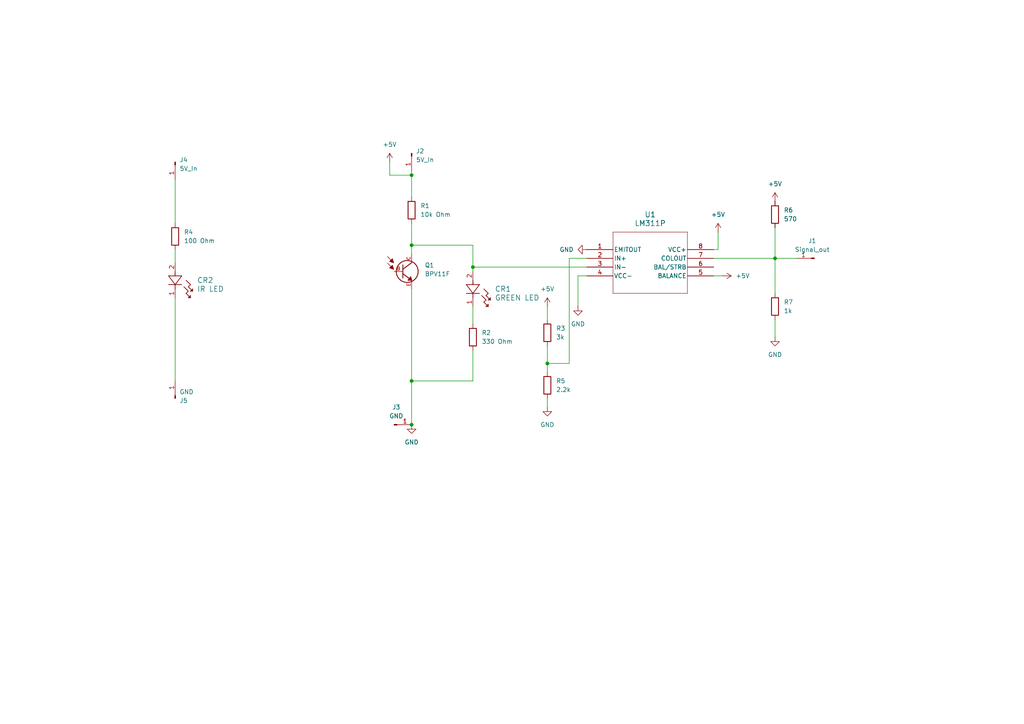
<source format=kicad_sch>
(kicad_sch (version 20250114) (generator "eeschema") (generator_version "9.0")
  (paper "A4")
  (lib_symbols
    (symbol "Conn_01x01_Pin_1" (pin_names (offset 1.016) (hide yes))
      (property "Reference" "J3" (at 0.635 5.08 0))
      (property "Value" "GND" (at 0.635 2.54 0))
      (symbol "Conn_01x01_Pin_1_1_1"
        (rectangle (start 0.8636 0.127) (end 0 -0.127) (stroke (width 0.1524)) (fill (type outline)))
        (polyline (pts (xy 1.27 0) (xy 0.8636 0)) (stroke (width 0.1524)))
        (pin passive line (at 5.08 0 180) (length 3.81) (name "Pin_1") (number "1"))
      )
    )
    (symbol "Connector:Conn_01x01_Pin" (pin_names (offset 1.016) (hide yes))
      (property "Reference" "J" (at 0 2.54 0))
      (property "Value" "Conn_01x01_Pin" (at 0 -2.54 0))
      (symbol "Conn_01x01_Pin_1_1"
        (rectangle (start 0.8636 0.127) (end 0 -0.127) (stroke (width 0.1524)) (fill (type outline)))
        (polyline (pts (xy 1.27 0) (xy 0.8636 0)) (stroke (width 0.1524)))
        (pin passive line (at 5.08 0 180) (length 3.81) (name "Pin_1") (number "1"))
      )
    )
    (symbol "Device:R" (pin_numbers (hide yes)) (pin_names (offset 0))
      (property "Reference" "R2" (at 2.54 1.2701 0))
      (property "Value" "330 Ohm" (at 2.54 -1.2699 0))
      (symbol "R_0_1"
        (rectangle (start -1.016 -2.54) (end 1.016 2.54) (stroke (width 0.254)))
      )
      (symbol "R_1_1"
        (pin passive line (at 0 3.81 270) (length 1.27) (name "~") (number "1"))
        (pin passive line (at 0 -3.81 90) (length 1.27) (name "~") (number "2"))
      )
    )
    (symbol "IR_sensor_lib:BPV11F" (pin_names (offset 1.016))
      (property "Reference" "Q" (at -10.1556 5.0822 0))
      (property "Value" "BPV11F" (at -10.1508 -7.62 0))
      (symbol "BPV11F_0_0"
        (polyline (pts (xy -4.445 4.318) (xy -2.667 2.54)) (stroke (width 0.1524)))
        (polyline (pts (xy -4.445 2.413) (xy -2.667 0.635)) (stroke (width 0.1524)))
        (polyline (pts (xy -3.81 2.921) (xy -3.048 3.683)) (stroke (width 0.1524)))
        (polyline (pts (xy -3.81 2.921) (xy -2.667 2.54) (xy -3.048 3.683) (xy -3.81 2.921)) (stroke (width 0.1524)) (fill (type outline)))
        (polyline (pts (xy -3.81 1.016) (xy -3.048 1.778)) (stroke (width 0.1524)))
        (polyline (pts (xy -3.81 1.016) (xy -2.667 0.635) (xy -3.048 1.778) (xy -3.81 1.016)) (stroke (width 0.1524)) (fill (type outline)))
        (polyline (pts (xy -3.048 3.683) (xy -2.667 2.54)) (stroke (width 0.1524)))
        (polyline (pts (xy -3.048 1.778) (xy -2.667 0.635)) (stroke (width 0.1524)))
        (polyline (pts (xy -2.667 2.54) (xy -3.81 2.921)) (stroke (width 0.1524)))
        (polyline (pts (xy -2.667 0.635) (xy -3.81 1.016)) (stroke (width 0.1524)))
        (polyline (pts (xy 0 1.905) (xy 0 0.635)) (stroke (width 0.254)))
        (polyline (pts (xy 0 0.635) (xy 0 -0.635)) (stroke (width 0.254)))
        (polyline (pts (xy 0 0.635) (xy 2.54 2.54)) (stroke (width 0.254)))
        (polyline (pts (xy 0 -0.635) (xy 0 -1.905)) (stroke (width 0.254)))
        (polyline (pts (xy 0 -0.635) (xy 2.54 -2.54)) (stroke (width 0.254)))
        (circle (center 1.27 0) (radius 3.175) (stroke (width 0.254)))
        (polyline (pts (xy 2.286 -2.286) (xy 2.54 -2.54)) (stroke (width 0.1524)))
        (polyline (pts (xy 2.54 -2.54) (xy 2.286 -1.524) (xy 1.524 -2.54) (xy 2.54 -2.54)) (stroke (width 0.254)) (fill (type outline)))
        (pin passive line (at -2.54 0 0) (length 2.54) (name "~") (number "B"))
        (pin passive line (at 2.54 5.08 270) (length 2.54) (name "~") (number "C"))
        (pin passive line (at 2.54 -5.08 90) (length 2.54) (name "~") (number "E"))
      )
    )
    (symbol "IR_sensor_lib:LM311P" (pin_names (offset 0.254))
      (property "Reference" "U" (at 1.27 12.7 0))
      (property "Value" "LM311P" (at 1.27 10.16 0))
      (symbol "LM311P_0_1"
        (polyline (pts (xy -10.16 7.62) (xy -10.16 -10.16)) (stroke (width 0.127)))
        (polyline (pts (xy -10.16 -10.16) (xy 11.43 -10.16)) (stroke (width 0.127)))
        (polyline (pts (xy 11.43 7.62) (xy -10.16 7.62)) (stroke (width 0.127)))
        (polyline (pts (xy 11.43 -10.16) (xy 11.43 7.62)) (stroke (width 0.127)))
        (pin output line (at -17.78 2.54 0) (length 7.62) (name "EMITOUT") (number "1"))
        (pin input line (at -17.78 0 0) (length 7.62) (name "IN+") (number "2"))
        (pin input line (at -17.78 -2.54 0) (length 7.62) (name "IN-") (number "3"))
        (pin power_in line (at -17.78 -5.08 0) (length 7.62) (name "VCC-") (number "4"))
        (pin power_in line (at 19.05 2.54 180) (length 7.62) (name "VCC+") (number "8"))
        (pin output line (at 19.05 0 180) (length 7.62) (name "COLOUT") (number "7"))
        (pin unspecified line (at 19.05 -2.54 180) (length 7.62) (name "BAL/STRB") (number "6"))
        (pin unspecified line (at 19.05 -5.08 180) (length 7.62) (name "BALANCE") (number "5"))
      )
    )
    (symbol "IR_sensor_lib:TLLG4401" (pin_names (offset 0.254))
      (property "Reference" "CR2" (at 5.0799 6.35 90))
      (property "Value" "IR LED" (at 7.6199 6.35 90))
      (symbol "TLLG4401_1_1"
        (polyline (pts (xy 2.54 0) (xy 3.4798 0)) (stroke (width 0.2032)))
        (polyline (pts (xy 3.175 0) (xy 3.81 0)) (stroke (width 0.2032)))
        (polyline (pts (xy 3.81 1.905) (xy 3.81 -1.905)) (stroke (width 0.2032)))
        (polyline (pts (xy 3.81 -1.905) (xy 6.35 0)) (stroke (width 0.2032)))
        (polyline (pts (xy 5.08 3.175) (xy 6.35 4.445)) (stroke (width 0.2032)))
        (polyline (pts (xy 6.35 4.445) (xy 6.985 3.81)) (stroke (width 0.2032)))
        (polyline (pts (xy 6.35 0) (xy 3.81 1.905)) (stroke (width 0.2032)))
        (polyline (pts (xy 6.35 0) (xy 7.62 0)) (stroke (width 0.2032)))
        (polyline (pts (xy 6.35 -1.905) (xy 6.35 1.905)) (stroke (width 0.2032)))
        (polyline (pts (xy 6.985 3.81) (xy 8.255 5.08)) (stroke (width 0.2032)))
        (polyline (pts (xy 6.985 2.54) (xy 8.255 3.81)) (stroke (width 0.2032)))
        (polyline (pts (xy 7.62 5.08) (xy 8.255 4.445)) (stroke (width 0.2032)))
        (polyline (pts (xy 8.255 5.08) (xy 7.62 5.08)) (stroke (width 0.2032)))
        (polyline (pts (xy 8.255 4.445) (xy 8.255 5.08)) (stroke (width 0.2032)))
        (polyline (pts (xy 8.255 3.81) (xy 8.89 3.175)) (stroke (width 0.2032)))
        (polyline (pts (xy 8.89 3.175) (xy 10.16 4.445)) (stroke (width 0.2032)))
        (polyline (pts (xy 9.525 4.445) (xy 10.16 3.81)) (stroke (width 0.2032)))
        (polyline (pts (xy 10.16 4.445) (xy 9.525 4.445)) (stroke (width 0.2032)))
        (polyline (pts (xy 10.16 3.81) (xy 10.16 4.445)) (stroke (width 0.2032)))
        (pin unspecified line (at 0 0 0) (length 2.54) (name "") (number "2"))
        (pin unspecified line (at 10.16 0 180) (length 2.54) (name "") (number "1"))
      )
      (symbol "TLLG4401_1_2"
        (polyline (pts (xy -5.08 8.255) (xy -5.08 7.62)) (stroke (width 0.2032)))
        (polyline (pts (xy -5.08 7.62) (xy -4.445 8.255)) (stroke (width 0.2032)))
        (polyline (pts (xy -4.445 10.16) (xy -4.445 9.525)) (stroke (width 0.2032)))
        (polyline (pts (xy -4.445 9.525) (xy -3.81 10.16)) (stroke (width 0.2032)))
        (polyline (pts (xy -4.445 8.255) (xy -5.08 8.255)) (stroke (width 0.2032)))
        (polyline (pts (xy -4.445 6.35) (xy -3.81 6.985)) (stroke (width 0.2032)))
        (polyline (pts (xy -3.81 10.16) (xy -4.445 10.16)) (stroke (width 0.2032)))
        (polyline (pts (xy -3.81 8.255) (xy -3.175 8.89)) (stroke (width 0.2032)))
        (polyline (pts (xy -3.81 6.985) (xy -5.08 8.255)) (stroke (width 0.2032)))
        (polyline (pts (xy -3.175 8.89) (xy -4.445 10.16)) (stroke (width 0.2032)))
        (polyline (pts (xy -3.175 5.08) (xy -4.445 6.35)) (stroke (width 0.2032)))
        (polyline (pts (xy -2.54 6.985) (xy -3.81 8.255)) (stroke (width 0.2032)))
        (polyline (pts (xy -1.905 3.81) (xy 1.905 3.81)) (stroke (width 0.2032)))
        (polyline (pts (xy 0 6.35) (xy -1.905 3.81)) (stroke (width 0.2032)))
        (polyline (pts (xy 0 6.35) (xy 0 7.62)) (stroke (width 0.2032)))
        (polyline (pts (xy 0 3.175) (xy 0 3.81)) (stroke (width 0.2032)))
        (polyline (pts (xy 0 2.54) (xy 0 3.4798)) (stroke (width 0.2032)))
        (polyline (pts (xy 1.905 6.35) (xy -1.905 6.35)) (stroke (width 0.2032)))
        (polyline (pts (xy 1.905 3.81) (xy 0 6.35)) (stroke (width 0.2032)))
        (pin unspecified line (at 0 10.16 270) (length 2.54) (name "") (number "1"))
        (pin unspecified line (at 0 0 90) (length 2.54) (name "") (number "2"))
      )
    )
    (symbol "R_1" (pin_numbers (hide yes)) (pin_names (offset 0))
      (property "Reference" "R" (at 2.032 0 90))
      (property "Value" "R" (at 0 0 90))
      (symbol "R_1_0_1"
        (rectangle (start -1.016 -2.54) (end 1.016 2.54) (stroke (width 0.254)))
      )
      (symbol "R_1_1_1"
        (pin passive line (at 0 3.81 270) (length 1.27) (name "~") (number "1"))
        (pin passive line (at 0 -3.81 90) (length 1.27) (name "~") (number "2"))
      )
    )
    (symbol "R_2" (pin_numbers (hide yes)) (pin_names (offset 0))
      (property "Reference" "R1" (at 2.54 1.2701 0))
      (property "Value" "10k Ohm" (at 2.54 -1.2699 0))
      (symbol "R_2_0_1"
        (rectangle (start -1.016 -2.54) (end 1.016 2.54) (stroke (width 0.254)))
      )
      (symbol "R_2_1_1"
        (pin passive line (at 0 3.81 270) (length 1.27) (name "~") (number "1"))
        (pin passive line (at 0 -3.81 90) (length 1.27) (name "~") (number "2"))
      )
    )
    (symbol "R_3" (pin_numbers (hide yes)) (pin_names (offset 0))
      (property "Reference" "R4" (at 2.54 1.2701 0))
      (property "Value" "100 Ohm" (at 2.54 -1.2699 0))
      (symbol "R_3_0_1"
        (rectangle (start -1.016 -2.54) (end 1.016 2.54) (stroke (width 0.254)))
      )
      (symbol "R_3_1_1"
        (pin passive line (at 0 3.81 270) (length 1.27) (name "~") (number "1"))
        (pin passive line (at 0 -3.81 90) (length 1.27) (name "~") (number "2"))
      )
    )
    (symbol "R_4" (pin_numbers (hide yes)) (pin_names (offset 0))
      (property "Reference" "R" (at 2.032 0 90))
      (property "Value" "R" (at 0 0 90))
      (symbol "R_4_0_1"
        (rectangle (start -1.016 -2.54) (end 1.016 2.54) (stroke (width 0.254)))
      )
      (symbol "R_4_1_1"
        (pin passive line (at 0 3.81 270) (length 1.27) (name "~") (number "1"))
        (pin passive line (at 0 -3.81 90) (length 1.27) (name "~") (number "2"))
      )
    )
    (symbol "TLLG4401_1" (pin_names (offset 0.254))
      (property "Reference" "CR1" (at 5.0799 6.35 90))
      (property "Value" "GREEN LED" (at 7.6199 6.35 90))
      (symbol "TLLG4401_1_1_1"
        (polyline (pts (xy 2.54 0) (xy 3.4798 0)) (stroke (width 0.2032)))
        (polyline (pts (xy 3.175 0) (xy 3.81 0)) (stroke (width 0.2032)))
        (polyline (pts (xy 3.81 1.905) (xy 3.81 -1.905)) (stroke (width 0.2032)))
        (polyline (pts (xy 3.81 -1.905) (xy 6.35 0)) (stroke (width 0.2032)))
        (polyline (pts (xy 5.08 3.175) (xy 6.35 4.445)) (stroke (width 0.2032)))
        (polyline (pts (xy 6.35 4.445) (xy 6.985 3.81)) (stroke (width 0.2032)))
        (polyline (pts (xy 6.35 0) (xy 3.81 1.905)) (stroke (width 0.2032)))
        (polyline (pts (xy 6.35 0) (xy 7.62 0)) (stroke (width 0.2032)))
        (polyline (pts (xy 6.35 -1.905) (xy 6.35 1.905)) (stroke (width 0.2032)))
        (polyline (pts (xy 6.985 3.81) (xy 8.255 5.08)) (stroke (width 0.2032)))
        (polyline (pts (xy 6.985 2.54) (xy 8.255 3.81)) (stroke (width 0.2032)))
        (polyline (pts (xy 7.62 5.08) (xy 8.255 4.445)) (stroke (width 0.2032)))
        (polyline (pts (xy 8.255 5.08) (xy 7.62 5.08)) (stroke (width 0.2032)))
        (polyline (pts (xy 8.255 4.445) (xy 8.255 5.08)) (stroke (width 0.2032)))
        (polyline (pts (xy 8.255 3.81) (xy 8.89 3.175)) (stroke (width 0.2032)))
        (polyline (pts (xy 8.89 3.175) (xy 10.16 4.445)) (stroke (width 0.2032)))
        (polyline (pts (xy 9.525 4.445) (xy 10.16 3.81)) (stroke (width 0.2032)))
        (polyline (pts (xy 10.16 4.445) (xy 9.525 4.445)) (stroke (width 0.2032)))
        (polyline (pts (xy 10.16 3.81) (xy 10.16 4.445)) (stroke (width 0.2032)))
        (pin unspecified line (at 0 0 0) (length 2.54) (name "") (number "2"))
        (pin unspecified line (at 10.16 0 180) (length 2.54) (name "") (number "1"))
      )
      (symbol "TLLG4401_1_1_2"
        (polyline (pts (xy -5.08 8.255) (xy -5.08 7.62)) (stroke (width 0.2032)))
        (polyline (pts (xy -5.08 7.62) (xy -4.445 8.255)) (stroke (width 0.2032)))
        (polyline (pts (xy -4.445 10.16) (xy -4.445 9.525)) (stroke (width 0.2032)))
        (polyline (pts (xy -4.445 9.525) (xy -3.81 10.16)) (stroke (width 0.2032)))
        (polyline (pts (xy -4.445 8.255) (xy -5.08 8.255)) (stroke (width 0.2032)))
        (polyline (pts (xy -4.445 6.35) (xy -3.81 6.985)) (stroke (width 0.2032)))
        (polyline (pts (xy -3.81 10.16) (xy -4.445 10.16)) (stroke (width 0.2032)))
        (polyline (pts (xy -3.81 8.255) (xy -3.175 8.89)) (stroke (width 0.2032)))
        (polyline (pts (xy -3.81 6.985) (xy -5.08 8.255)) (stroke (width 0.2032)))
        (polyline (pts (xy -3.175 8.89) (xy -4.445 10.16)) (stroke (width 0.2032)))
        (polyline (pts (xy -3.175 5.08) (xy -4.445 6.35)) (stroke (width 0.2032)))
        (polyline (pts (xy -2.54 6.985) (xy -3.81 8.255)) (stroke (width 0.2032)))
        (polyline (pts (xy -1.905 3.81) (xy 1.905 3.81)) (stroke (width 0.2032)))
        (polyline (pts (xy 0 6.35) (xy -1.905 3.81)) (stroke (width 0.2032)))
        (polyline (pts (xy 0 6.35) (xy 0 7.62)) (stroke (width 0.2032)))
        (polyline (pts (xy 0 3.175) (xy 0 3.81)) (stroke (width 0.2032)))
        (polyline (pts (xy 0 2.54) (xy 0 3.4798)) (stroke (width 0.2032)))
        (polyline (pts (xy 1.905 6.35) (xy -1.905 6.35)) (stroke (width 0.2032)))
        (polyline (pts (xy 1.905 3.81) (xy 0 6.35)) (stroke (width 0.2032)))
        (pin unspecified line (at 0 10.16 270) (length 2.54) (name "") (number "1"))
        (pin unspecified line (at 0 0 90) (length 2.54) (name "") (number "2"))
      )
    )
    (symbol "power:+5V" (power) (pin_numbers (hide yes)) (pin_names (offset 0) (hide yes))
      (property "Value" "+5V" (at 0 3.556 0))
      (symbol "+5V_0_1"
        (polyline (pts (xy -0.762 1.27) (xy 0 2.54)))
        (polyline (pts (xy 0 2.54) (xy 0.762 1.27)))
        (polyline (pts (xy 0 0) (xy 0 2.54)))
      )
      (symbol "+5V_1_1"
        (pin power_in line (at 0 0 90) (length 0) (name "~") (number "1"))
      )
    )
    (symbol "power:GND" (power) (pin_numbers (hide yes)) (pin_names (offset 0) (hide yes))
      (property "Value" "GND" (at 0 -3.81 0))
      (symbol "GND_0_1"
        (polyline (pts (xy 0 0) (xy 0 -1.27) (xy 1.27 -1.27) (xy 0 -2.54) (xy -1.27 -1.27) (xy 0 -1.27)))
      )
      (symbol "GND_1_1"
        (pin power_in line (at 0 0 270) (length 0) (name "~") (number "1"))
      )
    )
  )
  (junction (at 137.16 77.47))
  (junction (at 119.38 110.49))
  (junction (at 224.79 74.93))
  (junction (at 119.38 50.8))
  (junction (at 158.75 105.41))
  (junction (at 119.38 123.19))
  (junction (at 119.38 71.12))
  (wire (pts (xy 165.1 105.41) (xy 165.1 74.93)))
  (wire (pts (xy 119.38 71.12) (xy 119.38 73.66)))
  (wire (pts (xy 224.79 74.93) (xy 224.79 85.09)))
  (wire (pts (xy 167.64 80.01) (xy 167.64 88.9)))
  (wire (pts (xy 165.1 74.93) (xy 170.18 74.93)))
  (wire (pts (xy 113.03 46.99) (xy 113.03 50.8)))
  (wire (pts (xy 208.28 72.39) (xy 207.01 72.39)))
  (wire (pts (xy 137.16 77.47) (xy 170.18 77.47)))
  (wire (pts (xy 207.01 74.93) (xy 224.79 74.93)))
  (wire (pts (xy 137.16 71.12) (xy 137.16 77.47)))
  (wire (pts (xy 170.18 80.01) (xy 167.64 80.01)))
  (wire (pts (xy 224.79 74.93) (xy 224.79 66.04)))
  (wire (pts (xy 50.8 86.36) (xy 50.8 110.49)))
  (wire (pts (xy 137.16 77.47) (xy 137.16 78.74)))
  (wire (pts (xy 119.38 110.49) (xy 119.38 123.19)))
  (wire (pts (xy 119.38 50.8) (xy 119.38 57.15)))
  (wire (pts (xy 209.55 80.01) (xy 207.01 80.01)))
  (wire (pts (xy 137.16 101.6) (xy 137.16 110.49)))
  (wire (pts (xy 224.79 92.71) (xy 224.79 97.79)))
  (wire (pts (xy 119.38 71.12) (xy 137.16 71.12)))
  (wire (pts (xy 119.38 64.77) (xy 119.38 71.12)))
  (wire (pts (xy 165.1 105.41) (xy 158.75 105.41)))
  (wire (pts (xy 137.16 88.9) (xy 137.16 93.98)))
  (wire (pts (xy 137.16 110.49) (xy 119.38 110.49)))
  (wire (pts (xy 113.03 50.8) (xy 119.38 50.8)))
  (wire (pts (xy 231.14 74.93) (xy 224.79 74.93)))
  (wire (pts (xy 208.28 67.31) (xy 208.28 72.39)))
  (wire (pts (xy 158.75 100.33) (xy 158.75 105.41)))
  (wire (pts (xy 50.8 72.39) (xy 50.8 76.2)))
  (wire (pts (xy 119.38 83.82) (xy 119.38 110.49)))
  (wire (pts (xy 158.75 107.95) (xy 158.75 105.41)))
  (wire (pts (xy 119.38 49.53) (xy 119.38 50.8)))
  (wire (pts (xy 50.8 64.77) (xy 50.8 52.07)))
  (wire (pts (xy 158.75 88.9) (xy 158.75 92.71)))
  (wire (pts (xy 158.75 115.57) (xy 158.75 118.11)))
  (symbol (lib_id "power:+5V") (at 158.75 88.9 0) (unit 1)
    (property "Reference" "#PWR06" (effects (hide yes)))
    (property "Value" "+5V" (at 158.75 83.82 0))
    (property "Description" "Power symbol creates a global label with name \"+5V\"" (effects (hide yes)))
  )
  (symbol (lib_id "power:GND") (at 224.79 97.79 0) (unit 1)
    (property "Reference" "#PWR010" (effects (hide yes)))
    (property "Value" "GND" (at 224.79 102.87 0))
    (property "Description" "Power symbol creates a global label with name \"GND\" , ground" (effects (hide yes)))
  )
  (symbol (lib_name "R_4") (lib_id "Device:R") (at 224.79 88.9 0) (unit 1)
    (property "Reference" "R7" (at 227.33 87.6299 0) (effects (justify left)))
    (property "Value" "1k" (at 227.33 90.1699 0) (effects (justify left)))
    (property "Footprint" "Resistor_THT:R_Axial_DIN0204_L3.6mm_D1.6mm_P5.08mm_Horizontal" (effects (hide yes)))
    (property "Description" "Resistor" (effects (hide yes)))
  )
  (symbol (lib_name "R_4") (lib_id "Device:R") (at 158.75 111.76 0) (unit 1)
    (property "Reference" "R5" (at 161.29 110.4899 0) (effects (justify left)))
    (property "Value" "2.2k" (at 161.29 113.0299 0) (effects (justify left)))
    (property "Footprint" "Resistor_THT:R_Axial_DIN0204_L3.6mm_D1.6mm_P5.08mm_Horizontal" (effects (hide yes)))
    (property "Description" "Resistor" (effects (hide yes)))
  )
  (symbol (lib_name "R_4") (lib_id "Device:R") (at 224.79 62.23 0) (unit 1)
    (property "Reference" "R6" (at 227.33 60.9599 0) (effects (justify left)))
    (property "Value" "570" (at 227.33 63.4999 0) (effects (justify left)))
    (property "Footprint" "Resistor_THT:R_Axial_DIN0204_L3.6mm_D1.6mm_P5.08mm_Horizontal" (effects (hide yes)))
    (property "Description" "Resistor" (effects (hide yes)))
  )
  (symbol (lib_id "power:GND") (at 119.38 123.19 0) (unit 1)
    (property "Reference" "#PWR01" (effects (hide yes)))
    (property "Value" "GND" (at 119.38 128.27 0))
    (property "Description" "Power symbol creates a global label with name \"GND\" , ground" (effects (hide yes)))
  )
  (symbol (lib_id "power:+5V") (at 113.03 46.99 0) (unit 1)
    (property "Reference" "#PWR04" (effects (hide yes)))
    (property "Value" "+5V" (at 113.03 41.91 0))
    (property "Description" "Power symbol creates a global label with name \"+5V\"" (effects (hide yes)))
  )
  (symbol (lib_id "power:+5V") (at 208.28 67.31 0) (unit 1)
    (property "Reference" "#PWR07" (effects (hide yes)))
    (property "Value" "+5V" (at 208.28 62.23 0))
    (property "Description" "Power symbol creates a global label with name \"+5V\"" (effects (hide yes)))
  )
  (symbol (lib_id "IR_sensor_lib:BPV11F") (at 116.84 78.74 0) (unit 1)
    (property "Reference" "Q1" (at 123.19 76.9238 0) (effects (justify left)))
    (property "Value" "BPV11F" (at 123.19 79.4638 0) (effects (justify left)))
    (property "Footprint" "IR_sensor_lib:Phototransistor" (effects (hide yes)))
    (property "MF" "Vishay Semiconductor" (effects (hide yes)))
    (property "MAXIMUM_PACKAGE_HEIGHT" "7.3mm" (effects (hide yes)))
  )
  (symbol (lib_id "Connector:Conn_01x01_Pin") (at 50.8 115.57 270) (mirror x) (unit 1)
    (property "Reference" "J5" (at 52.07 116.2051 90) (effects (justify left)))
    (property "Value" "GND" (at 52.07 113.6651 90) (effects (justify left)))
    (property "Footprint" "Connector_PinHeader_2.54mm:PinHeader_1x01_P2.54mm_Vertical" (effects (hide yes)))
    (property "Description" "Generic connector, single row, 01x01, script generated" (effects (hide yes)))
  )
  (symbol (lib_id "Connector:Conn_01x01_Pin") (at 236.22 74.93 0) (mirror y) (unit 1)
    (property "Reference" "J1" (at 235.585 69.85 0))
    (property "Value" "Signal_out" (at 235.585 72.39 0))
    (property "Footprint" "Connector_PinHeader_2.54mm:PinHeader_1x01_P2.54mm_Vertical" (effects (hide yes)))
    (property "Description" "Generic connector, single row, 01x01, script generated" (effects (hide yes)))
  )
  (symbol (lib_id "Connector:Conn_01x01_Pin") (at 50.8 46.99 270) (unit 1)
    (property "Reference" "J4" (at 52.07 46.3549 90) (effects (justify left)))
    (property "Value" "5V_In" (at 52.07 48.8949 90) (effects (justify left)))
    (property "Footprint" "Connector_PinHeader_2.54mm:PinHeader_1x01_P2.54mm_Vertical" (effects (hide yes)))
    (property "Description" "Generic connector, single row, 01x01, script generated" (effects (hide yes)))
  )
  (symbol (lib_name "R_1") (lib_id "Device:R") (at 158.75 96.52 0) (unit 1)
    (property "Reference" "R3" (at 161.29 95.2499 0) (effects (justify left)))
    (property "Value" "3k" (at 161.29 97.7899 0) (effects (justify left)))
    (property "Footprint" "Resistor_THT:R_Axial_DIN0204_L3.6mm_D1.6mm_P5.08mm_Horizontal" (effects (hide yes)))
    (property "Description" "Resistor" (effects (hide yes)))
  )
  (symbol (lib_id "power:GND") (at 167.64 88.9 0) (unit 1)
    (property "Reference" "#PWR02" (effects (hide yes)))
    (property "Value" "GND" (at 167.64 93.98 0))
    (property "Description" "Power symbol creates a global label with name \"GND\" , ground" (effects (hide yes)))
  )
  (symbol (lib_id "power:+5V") (at 209.55 80.01 270) (unit 1)
    (property "Reference" "#PWR08" (effects (hide yes)))
    (property "Value" "+5V" (at 213.36 80.0099 90) (effects (justify left)))
    (property "Description" "Power symbol creates a global label with name \"+5V\"" (effects (hide yes)))
  )
  (symbol (lib_id "IR_sensor_lib:TLLG4401") (at 50.8 76.2 270) (unit 1)
    (property "Reference" "CR2" (at 57.15 81.2799 90) (effects (font (size 1.524 1.524)) (justify left)))
    (property "Value" "IR LED" (at 57.15 83.8199 90) (effects (font (size 1.524 1.524)) (justify left)))
    (property "Footprint" "LED_THT:LED_D5.0mm_IRGrey" (effects (hide yes)))
    (property "Datasheet" "TLLG4401" (effects (hide yes)))
  )
  (symbol (lib_id "IR_sensor_lib:LM311P") (at 187.96 74.93 0) (unit 1)
    (property "Reference" "U1" (at 188.595 62.23 0) (effects (font (size 1.524 1.524))))
    (property "Value" "LM311P" (at 188.595 64.77 0) (effects (font (size 1.524 1.524))))
    (property "Footprint" "IR_sensor_lib:Voltage_comparator" (effects (hide yes)))
    (property "Datasheet" "LM311P" (effects (hide yes)))
  )
  (symbol (lib_id "power:GND") (at 158.75 118.11 0) (unit 1)
    (property "Reference" "#PWR09" (effects (hide yes)))
    (property "Value" "GND" (at 158.75 123.19 0))
    (property "Description" "Power symbol creates a global label with name \"GND\" , ground" (effects (hide yes)))
  )
  (symbol (lib_name "R_2") (lib_id "Device:R") (at 119.38 60.96 0) (unit 1)
    (property "Reference" "R1" (at 121.92 59.6899 0) (effects (justify left)))
    (property "Value" "10k Ohm" (at 121.92 62.2299 0) (effects (justify left)))
    (property "Footprint" "Resistor_THT:R_Axial_DIN0204_L3.6mm_D1.6mm_P5.08mm_Horizontal" (effects (hide yes)))
    (property "Description" "Resistor" (effects (hide yes)))
  )
  (symbol (lib_name "R_3") (lib_id "Device:R") (at 50.8 68.58 0) (unit 1)
    (property "Reference" "R4" (at 53.34 67.3099 0) (effects (justify left)))
    (property "Value" "100 Ohm" (at 53.34 69.8499 0) (effects (justify left)))
    (property "Footprint" "Resistor_THT:R_Axial_DIN0204_L3.6mm_D1.6mm_P5.08mm_Horizontal" (effects (hide yes)))
    (property "Description" "Resistor" (effects (hide yes)))
  )
  (symbol (lib_name "TLLG4401_1") (lib_id "IR_sensor_lib:TLLG4401") (at 137.16 78.74 270) (unit 1)
    (property "Reference" "CR1" (at 143.51 83.8199 90) (effects (font (size 1.524 1.524)) (justify left)))
    (property "Value" "GREEN LED" (at 143.51 86.3599 90) (effects (font (size 1.524 1.524)) (justify left)))
    (property "Footprint" "IR_sensor_lib:TLL_Series_LED_GR" (effects (hide yes)))
    (property "Datasheet" "TLLG4401" (effects (hide yes)))
  )
  (symbol (lib_name "Conn_01x01_Pin_1") (lib_id "Connector:Conn_01x01_Pin") (at 114.3 123.19 0) (unit 1)
    (property "Reference" "J3" (at 114.935 118.11 0))
    (property "Value" "GND" (at 114.935 120.65 0))
    (property "Footprint" "Connector_PinHeader_2.54mm:PinHeader_1x01_P2.54mm_Vertical" (effects (hide yes)))
    (property "Description" "Generic connector, single row, 01x01, script generated" (effects (hide yes)))
  )
  (symbol (lib_id "power:+5V") (at 224.79 58.42 0) (unit 1)
    (property "Reference" "#PWR05" (effects (hide yes)))
    (property "Value" "+5V" (at 224.79 53.34 0))
    (property "Description" "Power symbol creates a global label with name \"+5V\"" (effects (hide yes)))
  )
  (symbol (lib_id "Connector:Conn_01x01_Pin") (at 119.38 44.45 270) (unit 1)
    (property "Reference" "J2" (at 120.65 43.8149 90) (effects (justify left)))
    (property "Value" "5V_In" (at 120.65 46.3549 90) (effects (justify left)))
    (property "Footprint" "Connector_PinHeader_2.54mm:PinHeader_1x01_P2.54mm_Vertical" (effects (hide yes)))
    (property "Description" "Generic connector, single row, 01x01, script generated" (effects (hide yes)))
  )
  (symbol (lib_id "power:GND") (at 170.18 72.39 270) (unit 1)
    (property "Reference" "#PWR03" (effects (hide yes)))
    (property "Value" "GND" (at 166.37 72.3899 90) (effects (justify right)))
    (property "Description" "Power symbol creates a global label with name \"GND\" , ground" (effects (hide yes)))
  )
  (symbol (lib_id "Device:R") (at 137.16 97.79 0) (unit 1)
    (property "Reference" "R2" (at 139.7 96.5199 0) (effects (justify left)))
    (property "Value" "330 Ohm" (at 139.7 99.0599 0) (effects (justify left)))
    (property "Footprint" "Resistor_THT:R_Axial_DIN0204_L3.6mm_D1.6mm_P5.08mm_Horizontal" (effects (hide yes)))
    (property "Description" "Resistor" (effects (hide yes)))
  )
)
</source>
